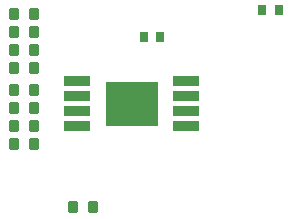
<source format=gtp>
G04*
G04 #@! TF.GenerationSoftware,Altium Limited,Altium Designer,23.3.1 (30)*
G04*
G04 Layer_Color=8421504*
%FSLAX44Y44*%
%MOMM*%
G71*
G04*
G04 #@! TF.SameCoordinates,227133D6-10B2-4A23-B006-C6EDEEC3DFA4*
G04*
G04*
G04 #@! TF.FilePolarity,Positive*
G04*
G01*
G75*
G04:AMPARAMS|DCode=17|XSize=1mm|YSize=0.9mm|CornerRadius=0.1125mm|HoleSize=0mm|Usage=FLASHONLY|Rotation=90.000|XOffset=0mm|YOffset=0mm|HoleType=Round|Shape=RoundedRectangle|*
%AMROUNDEDRECTD17*
21,1,1.0000,0.6750,0,0,90.0*
21,1,0.7750,0.9000,0,0,90.0*
1,1,0.2250,0.3375,0.3875*
1,1,0.2250,0.3375,-0.3875*
1,1,0.2250,-0.3375,-0.3875*
1,1,0.2250,-0.3375,0.3875*
%
%ADD17ROUNDEDRECTD17*%
%ADD18R,0.7500X0.9500*%
%ADD19R,2.3000X0.8500*%
%ADD20R,4.5000X3.8000*%
D17*
X419980Y425958D02*
D03*
X402980D02*
D03*
X419980Y410718D02*
D03*
X402980D02*
D03*
X419980Y316230D02*
D03*
X402980D02*
D03*
X419980Y331470D02*
D03*
X402980D02*
D03*
X419980Y346710D02*
D03*
X402980D02*
D03*
X419980Y361950D02*
D03*
X402980D02*
D03*
X419980Y395478D02*
D03*
X402980D02*
D03*
X419980Y380238D02*
D03*
X402980D02*
D03*
X469900Y263144D02*
D03*
X452900D02*
D03*
D18*
X613268Y429260D02*
D03*
X627268D02*
D03*
X512684Y406654D02*
D03*
X526684D02*
D03*
D19*
X548600Y369170D02*
D03*
Y343770D02*
D03*
Y356470D02*
D03*
Y331070D02*
D03*
X456600D02*
D03*
Y343770D02*
D03*
Y356470D02*
D03*
Y369170D02*
D03*
D20*
X502600Y350120D02*
D03*
M02*

</source>
